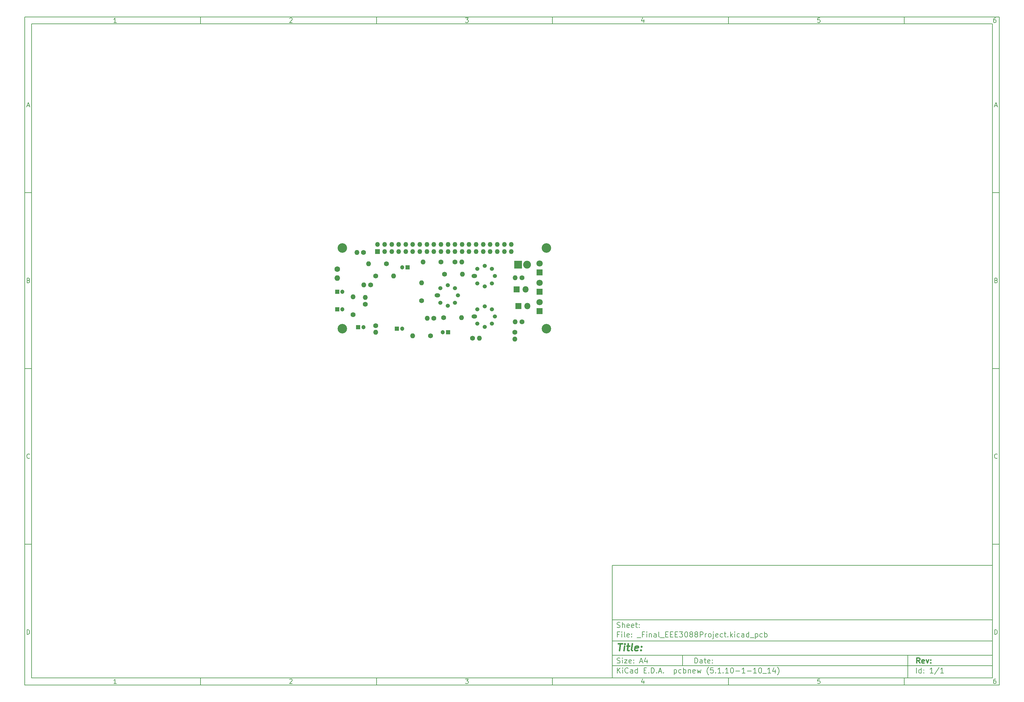
<source format=gbr>
%TF.GenerationSoftware,KiCad,Pcbnew,(5.1.10-1-10_14)*%
%TF.CreationDate,2021-06-17T20:45:02+02:00*%
%TF.ProjectId,_Final_EEE3088Project,5f46696e-616c-45f4-9545-453330383850,rev?*%
%TF.SameCoordinates,Original*%
%TF.FileFunction,Soldermask,Bot*%
%TF.FilePolarity,Negative*%
%FSLAX46Y46*%
G04 Gerber Fmt 4.6, Leading zero omitted, Abs format (unit mm)*
G04 Created by KiCad (PCBNEW (5.1.10-1-10_14)) date 2021-06-17 20:45:02*
%MOMM*%
%LPD*%
G01*
G04 APERTURE LIST*
%ADD10C,0.100000*%
%ADD11C,0.150000*%
%ADD12C,0.300000*%
%ADD13C,0.400000*%
%ADD14O,1.400000X1.400000*%
%ADD15C,1.400000*%
%ADD16C,1.200000*%
%ADD17R,1.200000X1.200000*%
%ADD18R,2.240000X2.240000*%
%ADD19O,2.240000X2.240000*%
%ADD20R,1.800000X1.800000*%
%ADD21O,1.800000X1.800000*%
%ADD22C,2.700000*%
%ADD23R,1.350000X1.350000*%
%ADD24O,1.350000X1.350000*%
%ADD25C,1.600000*%
%ADD26O,1.600000X1.600000*%
%ADD27C,1.800000*%
%ADD28O,1.600000X1.200000*%
%ADD29O,1.200000X1.200000*%
G04 APERTURE END LIST*
D10*
D11*
X177002200Y-166007200D02*
X177002200Y-198007200D01*
X285002200Y-198007200D01*
X285002200Y-166007200D01*
X177002200Y-166007200D01*
D10*
D11*
X10000000Y-10000000D02*
X10000000Y-200007200D01*
X287002200Y-200007200D01*
X287002200Y-10000000D01*
X10000000Y-10000000D01*
D10*
D11*
X12000000Y-12000000D02*
X12000000Y-198007200D01*
X285002200Y-198007200D01*
X285002200Y-12000000D01*
X12000000Y-12000000D01*
D10*
D11*
X60000000Y-12000000D02*
X60000000Y-10000000D01*
D10*
D11*
X110000000Y-12000000D02*
X110000000Y-10000000D01*
D10*
D11*
X160000000Y-12000000D02*
X160000000Y-10000000D01*
D10*
D11*
X210000000Y-12000000D02*
X210000000Y-10000000D01*
D10*
D11*
X260000000Y-12000000D02*
X260000000Y-10000000D01*
D10*
D11*
X36065476Y-11588095D02*
X35322619Y-11588095D01*
X35694047Y-11588095D02*
X35694047Y-10288095D01*
X35570238Y-10473809D01*
X35446428Y-10597619D01*
X35322619Y-10659523D01*
D10*
D11*
X85322619Y-10411904D02*
X85384523Y-10350000D01*
X85508333Y-10288095D01*
X85817857Y-10288095D01*
X85941666Y-10350000D01*
X86003571Y-10411904D01*
X86065476Y-10535714D01*
X86065476Y-10659523D01*
X86003571Y-10845238D01*
X85260714Y-11588095D01*
X86065476Y-11588095D01*
D10*
D11*
X135260714Y-10288095D02*
X136065476Y-10288095D01*
X135632142Y-10783333D01*
X135817857Y-10783333D01*
X135941666Y-10845238D01*
X136003571Y-10907142D01*
X136065476Y-11030952D01*
X136065476Y-11340476D01*
X136003571Y-11464285D01*
X135941666Y-11526190D01*
X135817857Y-11588095D01*
X135446428Y-11588095D01*
X135322619Y-11526190D01*
X135260714Y-11464285D01*
D10*
D11*
X185941666Y-10721428D02*
X185941666Y-11588095D01*
X185632142Y-10226190D02*
X185322619Y-11154761D01*
X186127380Y-11154761D01*
D10*
D11*
X236003571Y-10288095D02*
X235384523Y-10288095D01*
X235322619Y-10907142D01*
X235384523Y-10845238D01*
X235508333Y-10783333D01*
X235817857Y-10783333D01*
X235941666Y-10845238D01*
X236003571Y-10907142D01*
X236065476Y-11030952D01*
X236065476Y-11340476D01*
X236003571Y-11464285D01*
X235941666Y-11526190D01*
X235817857Y-11588095D01*
X235508333Y-11588095D01*
X235384523Y-11526190D01*
X235322619Y-11464285D01*
D10*
D11*
X285941666Y-10288095D02*
X285694047Y-10288095D01*
X285570238Y-10350000D01*
X285508333Y-10411904D01*
X285384523Y-10597619D01*
X285322619Y-10845238D01*
X285322619Y-11340476D01*
X285384523Y-11464285D01*
X285446428Y-11526190D01*
X285570238Y-11588095D01*
X285817857Y-11588095D01*
X285941666Y-11526190D01*
X286003571Y-11464285D01*
X286065476Y-11340476D01*
X286065476Y-11030952D01*
X286003571Y-10907142D01*
X285941666Y-10845238D01*
X285817857Y-10783333D01*
X285570238Y-10783333D01*
X285446428Y-10845238D01*
X285384523Y-10907142D01*
X285322619Y-11030952D01*
D10*
D11*
X60000000Y-198007200D02*
X60000000Y-200007200D01*
D10*
D11*
X110000000Y-198007200D02*
X110000000Y-200007200D01*
D10*
D11*
X160000000Y-198007200D02*
X160000000Y-200007200D01*
D10*
D11*
X210000000Y-198007200D02*
X210000000Y-200007200D01*
D10*
D11*
X260000000Y-198007200D02*
X260000000Y-200007200D01*
D10*
D11*
X36065476Y-199595295D02*
X35322619Y-199595295D01*
X35694047Y-199595295D02*
X35694047Y-198295295D01*
X35570238Y-198481009D01*
X35446428Y-198604819D01*
X35322619Y-198666723D01*
D10*
D11*
X85322619Y-198419104D02*
X85384523Y-198357200D01*
X85508333Y-198295295D01*
X85817857Y-198295295D01*
X85941666Y-198357200D01*
X86003571Y-198419104D01*
X86065476Y-198542914D01*
X86065476Y-198666723D01*
X86003571Y-198852438D01*
X85260714Y-199595295D01*
X86065476Y-199595295D01*
D10*
D11*
X135260714Y-198295295D02*
X136065476Y-198295295D01*
X135632142Y-198790533D01*
X135817857Y-198790533D01*
X135941666Y-198852438D01*
X136003571Y-198914342D01*
X136065476Y-199038152D01*
X136065476Y-199347676D01*
X136003571Y-199471485D01*
X135941666Y-199533390D01*
X135817857Y-199595295D01*
X135446428Y-199595295D01*
X135322619Y-199533390D01*
X135260714Y-199471485D01*
D10*
D11*
X185941666Y-198728628D02*
X185941666Y-199595295D01*
X185632142Y-198233390D02*
X185322619Y-199161961D01*
X186127380Y-199161961D01*
D10*
D11*
X236003571Y-198295295D02*
X235384523Y-198295295D01*
X235322619Y-198914342D01*
X235384523Y-198852438D01*
X235508333Y-198790533D01*
X235817857Y-198790533D01*
X235941666Y-198852438D01*
X236003571Y-198914342D01*
X236065476Y-199038152D01*
X236065476Y-199347676D01*
X236003571Y-199471485D01*
X235941666Y-199533390D01*
X235817857Y-199595295D01*
X235508333Y-199595295D01*
X235384523Y-199533390D01*
X235322619Y-199471485D01*
D10*
D11*
X285941666Y-198295295D02*
X285694047Y-198295295D01*
X285570238Y-198357200D01*
X285508333Y-198419104D01*
X285384523Y-198604819D01*
X285322619Y-198852438D01*
X285322619Y-199347676D01*
X285384523Y-199471485D01*
X285446428Y-199533390D01*
X285570238Y-199595295D01*
X285817857Y-199595295D01*
X285941666Y-199533390D01*
X286003571Y-199471485D01*
X286065476Y-199347676D01*
X286065476Y-199038152D01*
X286003571Y-198914342D01*
X285941666Y-198852438D01*
X285817857Y-198790533D01*
X285570238Y-198790533D01*
X285446428Y-198852438D01*
X285384523Y-198914342D01*
X285322619Y-199038152D01*
D10*
D11*
X10000000Y-60000000D02*
X12000000Y-60000000D01*
D10*
D11*
X10000000Y-110000000D02*
X12000000Y-110000000D01*
D10*
D11*
X10000000Y-160000000D02*
X12000000Y-160000000D01*
D10*
D11*
X10690476Y-35216666D02*
X11309523Y-35216666D01*
X10566666Y-35588095D02*
X11000000Y-34288095D01*
X11433333Y-35588095D01*
D10*
D11*
X11092857Y-84907142D02*
X11278571Y-84969047D01*
X11340476Y-85030952D01*
X11402380Y-85154761D01*
X11402380Y-85340476D01*
X11340476Y-85464285D01*
X11278571Y-85526190D01*
X11154761Y-85588095D01*
X10659523Y-85588095D01*
X10659523Y-84288095D01*
X11092857Y-84288095D01*
X11216666Y-84350000D01*
X11278571Y-84411904D01*
X11340476Y-84535714D01*
X11340476Y-84659523D01*
X11278571Y-84783333D01*
X11216666Y-84845238D01*
X11092857Y-84907142D01*
X10659523Y-84907142D01*
D10*
D11*
X11402380Y-135464285D02*
X11340476Y-135526190D01*
X11154761Y-135588095D01*
X11030952Y-135588095D01*
X10845238Y-135526190D01*
X10721428Y-135402380D01*
X10659523Y-135278571D01*
X10597619Y-135030952D01*
X10597619Y-134845238D01*
X10659523Y-134597619D01*
X10721428Y-134473809D01*
X10845238Y-134350000D01*
X11030952Y-134288095D01*
X11154761Y-134288095D01*
X11340476Y-134350000D01*
X11402380Y-134411904D01*
D10*
D11*
X10659523Y-185588095D02*
X10659523Y-184288095D01*
X10969047Y-184288095D01*
X11154761Y-184350000D01*
X11278571Y-184473809D01*
X11340476Y-184597619D01*
X11402380Y-184845238D01*
X11402380Y-185030952D01*
X11340476Y-185278571D01*
X11278571Y-185402380D01*
X11154761Y-185526190D01*
X10969047Y-185588095D01*
X10659523Y-185588095D01*
D10*
D11*
X287002200Y-60000000D02*
X285002200Y-60000000D01*
D10*
D11*
X287002200Y-110000000D02*
X285002200Y-110000000D01*
D10*
D11*
X287002200Y-160000000D02*
X285002200Y-160000000D01*
D10*
D11*
X285692676Y-35216666D02*
X286311723Y-35216666D01*
X285568866Y-35588095D02*
X286002200Y-34288095D01*
X286435533Y-35588095D01*
D10*
D11*
X286095057Y-84907142D02*
X286280771Y-84969047D01*
X286342676Y-85030952D01*
X286404580Y-85154761D01*
X286404580Y-85340476D01*
X286342676Y-85464285D01*
X286280771Y-85526190D01*
X286156961Y-85588095D01*
X285661723Y-85588095D01*
X285661723Y-84288095D01*
X286095057Y-84288095D01*
X286218866Y-84350000D01*
X286280771Y-84411904D01*
X286342676Y-84535714D01*
X286342676Y-84659523D01*
X286280771Y-84783333D01*
X286218866Y-84845238D01*
X286095057Y-84907142D01*
X285661723Y-84907142D01*
D10*
D11*
X286404580Y-135464285D02*
X286342676Y-135526190D01*
X286156961Y-135588095D01*
X286033152Y-135588095D01*
X285847438Y-135526190D01*
X285723628Y-135402380D01*
X285661723Y-135278571D01*
X285599819Y-135030952D01*
X285599819Y-134845238D01*
X285661723Y-134597619D01*
X285723628Y-134473809D01*
X285847438Y-134350000D01*
X286033152Y-134288095D01*
X286156961Y-134288095D01*
X286342676Y-134350000D01*
X286404580Y-134411904D01*
D10*
D11*
X285661723Y-185588095D02*
X285661723Y-184288095D01*
X285971247Y-184288095D01*
X286156961Y-184350000D01*
X286280771Y-184473809D01*
X286342676Y-184597619D01*
X286404580Y-184845238D01*
X286404580Y-185030952D01*
X286342676Y-185278571D01*
X286280771Y-185402380D01*
X286156961Y-185526190D01*
X285971247Y-185588095D01*
X285661723Y-185588095D01*
D10*
D11*
X200434342Y-193785771D02*
X200434342Y-192285771D01*
X200791485Y-192285771D01*
X201005771Y-192357200D01*
X201148628Y-192500057D01*
X201220057Y-192642914D01*
X201291485Y-192928628D01*
X201291485Y-193142914D01*
X201220057Y-193428628D01*
X201148628Y-193571485D01*
X201005771Y-193714342D01*
X200791485Y-193785771D01*
X200434342Y-193785771D01*
X202577200Y-193785771D02*
X202577200Y-193000057D01*
X202505771Y-192857200D01*
X202362914Y-192785771D01*
X202077200Y-192785771D01*
X201934342Y-192857200D01*
X202577200Y-193714342D02*
X202434342Y-193785771D01*
X202077200Y-193785771D01*
X201934342Y-193714342D01*
X201862914Y-193571485D01*
X201862914Y-193428628D01*
X201934342Y-193285771D01*
X202077200Y-193214342D01*
X202434342Y-193214342D01*
X202577200Y-193142914D01*
X203077200Y-192785771D02*
X203648628Y-192785771D01*
X203291485Y-192285771D02*
X203291485Y-193571485D01*
X203362914Y-193714342D01*
X203505771Y-193785771D01*
X203648628Y-193785771D01*
X204720057Y-193714342D02*
X204577200Y-193785771D01*
X204291485Y-193785771D01*
X204148628Y-193714342D01*
X204077200Y-193571485D01*
X204077200Y-193000057D01*
X204148628Y-192857200D01*
X204291485Y-192785771D01*
X204577200Y-192785771D01*
X204720057Y-192857200D01*
X204791485Y-193000057D01*
X204791485Y-193142914D01*
X204077200Y-193285771D01*
X205434342Y-193642914D02*
X205505771Y-193714342D01*
X205434342Y-193785771D01*
X205362914Y-193714342D01*
X205434342Y-193642914D01*
X205434342Y-193785771D01*
X205434342Y-192857200D02*
X205505771Y-192928628D01*
X205434342Y-193000057D01*
X205362914Y-192928628D01*
X205434342Y-192857200D01*
X205434342Y-193000057D01*
D10*
D11*
X177002200Y-194507200D02*
X285002200Y-194507200D01*
D10*
D11*
X178434342Y-196585771D02*
X178434342Y-195085771D01*
X179291485Y-196585771D02*
X178648628Y-195728628D01*
X179291485Y-195085771D02*
X178434342Y-195942914D01*
X179934342Y-196585771D02*
X179934342Y-195585771D01*
X179934342Y-195085771D02*
X179862914Y-195157200D01*
X179934342Y-195228628D01*
X180005771Y-195157200D01*
X179934342Y-195085771D01*
X179934342Y-195228628D01*
X181505771Y-196442914D02*
X181434342Y-196514342D01*
X181220057Y-196585771D01*
X181077200Y-196585771D01*
X180862914Y-196514342D01*
X180720057Y-196371485D01*
X180648628Y-196228628D01*
X180577200Y-195942914D01*
X180577200Y-195728628D01*
X180648628Y-195442914D01*
X180720057Y-195300057D01*
X180862914Y-195157200D01*
X181077200Y-195085771D01*
X181220057Y-195085771D01*
X181434342Y-195157200D01*
X181505771Y-195228628D01*
X182791485Y-196585771D02*
X182791485Y-195800057D01*
X182720057Y-195657200D01*
X182577200Y-195585771D01*
X182291485Y-195585771D01*
X182148628Y-195657200D01*
X182791485Y-196514342D02*
X182648628Y-196585771D01*
X182291485Y-196585771D01*
X182148628Y-196514342D01*
X182077200Y-196371485D01*
X182077200Y-196228628D01*
X182148628Y-196085771D01*
X182291485Y-196014342D01*
X182648628Y-196014342D01*
X182791485Y-195942914D01*
X184148628Y-196585771D02*
X184148628Y-195085771D01*
X184148628Y-196514342D02*
X184005771Y-196585771D01*
X183720057Y-196585771D01*
X183577200Y-196514342D01*
X183505771Y-196442914D01*
X183434342Y-196300057D01*
X183434342Y-195871485D01*
X183505771Y-195728628D01*
X183577200Y-195657200D01*
X183720057Y-195585771D01*
X184005771Y-195585771D01*
X184148628Y-195657200D01*
X186005771Y-195800057D02*
X186505771Y-195800057D01*
X186720057Y-196585771D02*
X186005771Y-196585771D01*
X186005771Y-195085771D01*
X186720057Y-195085771D01*
X187362914Y-196442914D02*
X187434342Y-196514342D01*
X187362914Y-196585771D01*
X187291485Y-196514342D01*
X187362914Y-196442914D01*
X187362914Y-196585771D01*
X188077200Y-196585771D02*
X188077200Y-195085771D01*
X188434342Y-195085771D01*
X188648628Y-195157200D01*
X188791485Y-195300057D01*
X188862914Y-195442914D01*
X188934342Y-195728628D01*
X188934342Y-195942914D01*
X188862914Y-196228628D01*
X188791485Y-196371485D01*
X188648628Y-196514342D01*
X188434342Y-196585771D01*
X188077200Y-196585771D01*
X189577200Y-196442914D02*
X189648628Y-196514342D01*
X189577200Y-196585771D01*
X189505771Y-196514342D01*
X189577200Y-196442914D01*
X189577200Y-196585771D01*
X190220057Y-196157200D02*
X190934342Y-196157200D01*
X190077200Y-196585771D02*
X190577200Y-195085771D01*
X191077200Y-196585771D01*
X191577200Y-196442914D02*
X191648628Y-196514342D01*
X191577200Y-196585771D01*
X191505771Y-196514342D01*
X191577200Y-196442914D01*
X191577200Y-196585771D01*
X194577200Y-195585771D02*
X194577200Y-197085771D01*
X194577200Y-195657200D02*
X194720057Y-195585771D01*
X195005771Y-195585771D01*
X195148628Y-195657200D01*
X195220057Y-195728628D01*
X195291485Y-195871485D01*
X195291485Y-196300057D01*
X195220057Y-196442914D01*
X195148628Y-196514342D01*
X195005771Y-196585771D01*
X194720057Y-196585771D01*
X194577200Y-196514342D01*
X196577200Y-196514342D02*
X196434342Y-196585771D01*
X196148628Y-196585771D01*
X196005771Y-196514342D01*
X195934342Y-196442914D01*
X195862914Y-196300057D01*
X195862914Y-195871485D01*
X195934342Y-195728628D01*
X196005771Y-195657200D01*
X196148628Y-195585771D01*
X196434342Y-195585771D01*
X196577200Y-195657200D01*
X197220057Y-196585771D02*
X197220057Y-195085771D01*
X197220057Y-195657200D02*
X197362914Y-195585771D01*
X197648628Y-195585771D01*
X197791485Y-195657200D01*
X197862914Y-195728628D01*
X197934342Y-195871485D01*
X197934342Y-196300057D01*
X197862914Y-196442914D01*
X197791485Y-196514342D01*
X197648628Y-196585771D01*
X197362914Y-196585771D01*
X197220057Y-196514342D01*
X198577200Y-195585771D02*
X198577200Y-196585771D01*
X198577200Y-195728628D02*
X198648628Y-195657200D01*
X198791485Y-195585771D01*
X199005771Y-195585771D01*
X199148628Y-195657200D01*
X199220057Y-195800057D01*
X199220057Y-196585771D01*
X200505771Y-196514342D02*
X200362914Y-196585771D01*
X200077200Y-196585771D01*
X199934342Y-196514342D01*
X199862914Y-196371485D01*
X199862914Y-195800057D01*
X199934342Y-195657200D01*
X200077200Y-195585771D01*
X200362914Y-195585771D01*
X200505771Y-195657200D01*
X200577200Y-195800057D01*
X200577200Y-195942914D01*
X199862914Y-196085771D01*
X201077200Y-195585771D02*
X201362914Y-196585771D01*
X201648628Y-195871485D01*
X201934342Y-196585771D01*
X202220057Y-195585771D01*
X204362914Y-197157200D02*
X204291485Y-197085771D01*
X204148628Y-196871485D01*
X204077200Y-196728628D01*
X204005771Y-196514342D01*
X203934342Y-196157200D01*
X203934342Y-195871485D01*
X204005771Y-195514342D01*
X204077200Y-195300057D01*
X204148628Y-195157200D01*
X204291485Y-194942914D01*
X204362914Y-194871485D01*
X205648628Y-195085771D02*
X204934342Y-195085771D01*
X204862914Y-195800057D01*
X204934342Y-195728628D01*
X205077200Y-195657200D01*
X205434342Y-195657200D01*
X205577200Y-195728628D01*
X205648628Y-195800057D01*
X205720057Y-195942914D01*
X205720057Y-196300057D01*
X205648628Y-196442914D01*
X205577200Y-196514342D01*
X205434342Y-196585771D01*
X205077200Y-196585771D01*
X204934342Y-196514342D01*
X204862914Y-196442914D01*
X206362914Y-196442914D02*
X206434342Y-196514342D01*
X206362914Y-196585771D01*
X206291485Y-196514342D01*
X206362914Y-196442914D01*
X206362914Y-196585771D01*
X207862914Y-196585771D02*
X207005771Y-196585771D01*
X207434342Y-196585771D02*
X207434342Y-195085771D01*
X207291485Y-195300057D01*
X207148628Y-195442914D01*
X207005771Y-195514342D01*
X208505771Y-196442914D02*
X208577200Y-196514342D01*
X208505771Y-196585771D01*
X208434342Y-196514342D01*
X208505771Y-196442914D01*
X208505771Y-196585771D01*
X210005771Y-196585771D02*
X209148628Y-196585771D01*
X209577200Y-196585771D02*
X209577200Y-195085771D01*
X209434342Y-195300057D01*
X209291485Y-195442914D01*
X209148628Y-195514342D01*
X210934342Y-195085771D02*
X211077200Y-195085771D01*
X211220057Y-195157200D01*
X211291485Y-195228628D01*
X211362914Y-195371485D01*
X211434342Y-195657200D01*
X211434342Y-196014342D01*
X211362914Y-196300057D01*
X211291485Y-196442914D01*
X211220057Y-196514342D01*
X211077200Y-196585771D01*
X210934342Y-196585771D01*
X210791485Y-196514342D01*
X210720057Y-196442914D01*
X210648628Y-196300057D01*
X210577200Y-196014342D01*
X210577200Y-195657200D01*
X210648628Y-195371485D01*
X210720057Y-195228628D01*
X210791485Y-195157200D01*
X210934342Y-195085771D01*
X212077200Y-196014342D02*
X213220057Y-196014342D01*
X214720057Y-196585771D02*
X213862914Y-196585771D01*
X214291485Y-196585771D02*
X214291485Y-195085771D01*
X214148628Y-195300057D01*
X214005771Y-195442914D01*
X213862914Y-195514342D01*
X215362914Y-196014342D02*
X216505771Y-196014342D01*
X218005771Y-196585771D02*
X217148628Y-196585771D01*
X217577200Y-196585771D02*
X217577200Y-195085771D01*
X217434342Y-195300057D01*
X217291485Y-195442914D01*
X217148628Y-195514342D01*
X218934342Y-195085771D02*
X219077200Y-195085771D01*
X219220057Y-195157200D01*
X219291485Y-195228628D01*
X219362914Y-195371485D01*
X219434342Y-195657200D01*
X219434342Y-196014342D01*
X219362914Y-196300057D01*
X219291485Y-196442914D01*
X219220057Y-196514342D01*
X219077200Y-196585771D01*
X218934342Y-196585771D01*
X218791485Y-196514342D01*
X218720057Y-196442914D01*
X218648628Y-196300057D01*
X218577200Y-196014342D01*
X218577200Y-195657200D01*
X218648628Y-195371485D01*
X218720057Y-195228628D01*
X218791485Y-195157200D01*
X218934342Y-195085771D01*
X219720057Y-196728628D02*
X220862914Y-196728628D01*
X222005771Y-196585771D02*
X221148628Y-196585771D01*
X221577200Y-196585771D02*
X221577200Y-195085771D01*
X221434342Y-195300057D01*
X221291485Y-195442914D01*
X221148628Y-195514342D01*
X223291485Y-195585771D02*
X223291485Y-196585771D01*
X222934342Y-195014342D02*
X222577200Y-196085771D01*
X223505771Y-196085771D01*
X223934342Y-197157200D02*
X224005771Y-197085771D01*
X224148628Y-196871485D01*
X224220057Y-196728628D01*
X224291485Y-196514342D01*
X224362914Y-196157200D01*
X224362914Y-195871485D01*
X224291485Y-195514342D01*
X224220057Y-195300057D01*
X224148628Y-195157200D01*
X224005771Y-194942914D01*
X223934342Y-194871485D01*
D10*
D11*
X177002200Y-191507200D02*
X285002200Y-191507200D01*
D10*
D12*
X264411485Y-193785771D02*
X263911485Y-193071485D01*
X263554342Y-193785771D02*
X263554342Y-192285771D01*
X264125771Y-192285771D01*
X264268628Y-192357200D01*
X264340057Y-192428628D01*
X264411485Y-192571485D01*
X264411485Y-192785771D01*
X264340057Y-192928628D01*
X264268628Y-193000057D01*
X264125771Y-193071485D01*
X263554342Y-193071485D01*
X265625771Y-193714342D02*
X265482914Y-193785771D01*
X265197200Y-193785771D01*
X265054342Y-193714342D01*
X264982914Y-193571485D01*
X264982914Y-193000057D01*
X265054342Y-192857200D01*
X265197200Y-192785771D01*
X265482914Y-192785771D01*
X265625771Y-192857200D01*
X265697200Y-193000057D01*
X265697200Y-193142914D01*
X264982914Y-193285771D01*
X266197200Y-192785771D02*
X266554342Y-193785771D01*
X266911485Y-192785771D01*
X267482914Y-193642914D02*
X267554342Y-193714342D01*
X267482914Y-193785771D01*
X267411485Y-193714342D01*
X267482914Y-193642914D01*
X267482914Y-193785771D01*
X267482914Y-192857200D02*
X267554342Y-192928628D01*
X267482914Y-193000057D01*
X267411485Y-192928628D01*
X267482914Y-192857200D01*
X267482914Y-193000057D01*
D10*
D11*
X178362914Y-193714342D02*
X178577200Y-193785771D01*
X178934342Y-193785771D01*
X179077200Y-193714342D01*
X179148628Y-193642914D01*
X179220057Y-193500057D01*
X179220057Y-193357200D01*
X179148628Y-193214342D01*
X179077200Y-193142914D01*
X178934342Y-193071485D01*
X178648628Y-193000057D01*
X178505771Y-192928628D01*
X178434342Y-192857200D01*
X178362914Y-192714342D01*
X178362914Y-192571485D01*
X178434342Y-192428628D01*
X178505771Y-192357200D01*
X178648628Y-192285771D01*
X179005771Y-192285771D01*
X179220057Y-192357200D01*
X179862914Y-193785771D02*
X179862914Y-192785771D01*
X179862914Y-192285771D02*
X179791485Y-192357200D01*
X179862914Y-192428628D01*
X179934342Y-192357200D01*
X179862914Y-192285771D01*
X179862914Y-192428628D01*
X180434342Y-192785771D02*
X181220057Y-192785771D01*
X180434342Y-193785771D01*
X181220057Y-193785771D01*
X182362914Y-193714342D02*
X182220057Y-193785771D01*
X181934342Y-193785771D01*
X181791485Y-193714342D01*
X181720057Y-193571485D01*
X181720057Y-193000057D01*
X181791485Y-192857200D01*
X181934342Y-192785771D01*
X182220057Y-192785771D01*
X182362914Y-192857200D01*
X182434342Y-193000057D01*
X182434342Y-193142914D01*
X181720057Y-193285771D01*
X183077200Y-193642914D02*
X183148628Y-193714342D01*
X183077200Y-193785771D01*
X183005771Y-193714342D01*
X183077200Y-193642914D01*
X183077200Y-193785771D01*
X183077200Y-192857200D02*
X183148628Y-192928628D01*
X183077200Y-193000057D01*
X183005771Y-192928628D01*
X183077200Y-192857200D01*
X183077200Y-193000057D01*
X184862914Y-193357200D02*
X185577200Y-193357200D01*
X184720057Y-193785771D02*
X185220057Y-192285771D01*
X185720057Y-193785771D01*
X186862914Y-192785771D02*
X186862914Y-193785771D01*
X186505771Y-192214342D02*
X186148628Y-193285771D01*
X187077200Y-193285771D01*
D10*
D11*
X263434342Y-196585771D02*
X263434342Y-195085771D01*
X264791485Y-196585771D02*
X264791485Y-195085771D01*
X264791485Y-196514342D02*
X264648628Y-196585771D01*
X264362914Y-196585771D01*
X264220057Y-196514342D01*
X264148628Y-196442914D01*
X264077200Y-196300057D01*
X264077200Y-195871485D01*
X264148628Y-195728628D01*
X264220057Y-195657200D01*
X264362914Y-195585771D01*
X264648628Y-195585771D01*
X264791485Y-195657200D01*
X265505771Y-196442914D02*
X265577200Y-196514342D01*
X265505771Y-196585771D01*
X265434342Y-196514342D01*
X265505771Y-196442914D01*
X265505771Y-196585771D01*
X265505771Y-195657200D02*
X265577200Y-195728628D01*
X265505771Y-195800057D01*
X265434342Y-195728628D01*
X265505771Y-195657200D01*
X265505771Y-195800057D01*
X268148628Y-196585771D02*
X267291485Y-196585771D01*
X267720057Y-196585771D02*
X267720057Y-195085771D01*
X267577200Y-195300057D01*
X267434342Y-195442914D01*
X267291485Y-195514342D01*
X269862914Y-195014342D02*
X268577200Y-196942914D01*
X271148628Y-196585771D02*
X270291485Y-196585771D01*
X270720057Y-196585771D02*
X270720057Y-195085771D01*
X270577200Y-195300057D01*
X270434342Y-195442914D01*
X270291485Y-195514342D01*
D10*
D11*
X177002200Y-187507200D02*
X285002200Y-187507200D01*
D10*
D13*
X178714580Y-188211961D02*
X179857438Y-188211961D01*
X179036009Y-190211961D02*
X179286009Y-188211961D01*
X180274104Y-190211961D02*
X180440771Y-188878628D01*
X180524104Y-188211961D02*
X180416961Y-188307200D01*
X180500295Y-188402438D01*
X180607438Y-188307200D01*
X180524104Y-188211961D01*
X180500295Y-188402438D01*
X181107438Y-188878628D02*
X181869342Y-188878628D01*
X181476485Y-188211961D02*
X181262200Y-189926247D01*
X181333628Y-190116723D01*
X181512200Y-190211961D01*
X181702676Y-190211961D01*
X182655057Y-190211961D02*
X182476485Y-190116723D01*
X182405057Y-189926247D01*
X182619342Y-188211961D01*
X184190771Y-190116723D02*
X183988390Y-190211961D01*
X183607438Y-190211961D01*
X183428866Y-190116723D01*
X183357438Y-189926247D01*
X183452676Y-189164342D01*
X183571723Y-188973866D01*
X183774104Y-188878628D01*
X184155057Y-188878628D01*
X184333628Y-188973866D01*
X184405057Y-189164342D01*
X184381247Y-189354819D01*
X183405057Y-189545295D01*
X185155057Y-190021485D02*
X185238390Y-190116723D01*
X185131247Y-190211961D01*
X185047914Y-190116723D01*
X185155057Y-190021485D01*
X185131247Y-190211961D01*
X185286009Y-188973866D02*
X185369342Y-189069104D01*
X185262200Y-189164342D01*
X185178866Y-189069104D01*
X185286009Y-188973866D01*
X185262200Y-189164342D01*
D10*
D11*
X178934342Y-185600057D02*
X178434342Y-185600057D01*
X178434342Y-186385771D02*
X178434342Y-184885771D01*
X179148628Y-184885771D01*
X179720057Y-186385771D02*
X179720057Y-185385771D01*
X179720057Y-184885771D02*
X179648628Y-184957200D01*
X179720057Y-185028628D01*
X179791485Y-184957200D01*
X179720057Y-184885771D01*
X179720057Y-185028628D01*
X180648628Y-186385771D02*
X180505771Y-186314342D01*
X180434342Y-186171485D01*
X180434342Y-184885771D01*
X181791485Y-186314342D02*
X181648628Y-186385771D01*
X181362914Y-186385771D01*
X181220057Y-186314342D01*
X181148628Y-186171485D01*
X181148628Y-185600057D01*
X181220057Y-185457200D01*
X181362914Y-185385771D01*
X181648628Y-185385771D01*
X181791485Y-185457200D01*
X181862914Y-185600057D01*
X181862914Y-185742914D01*
X181148628Y-185885771D01*
X182505771Y-186242914D02*
X182577200Y-186314342D01*
X182505771Y-186385771D01*
X182434342Y-186314342D01*
X182505771Y-186242914D01*
X182505771Y-186385771D01*
X182505771Y-185457200D02*
X182577200Y-185528628D01*
X182505771Y-185600057D01*
X182434342Y-185528628D01*
X182505771Y-185457200D01*
X182505771Y-185600057D01*
X184005771Y-186528628D02*
X185148628Y-186528628D01*
X186005771Y-185600057D02*
X185505771Y-185600057D01*
X185505771Y-186385771D02*
X185505771Y-184885771D01*
X186220057Y-184885771D01*
X186791485Y-186385771D02*
X186791485Y-185385771D01*
X186791485Y-184885771D02*
X186720057Y-184957200D01*
X186791485Y-185028628D01*
X186862914Y-184957200D01*
X186791485Y-184885771D01*
X186791485Y-185028628D01*
X187505771Y-185385771D02*
X187505771Y-186385771D01*
X187505771Y-185528628D02*
X187577200Y-185457200D01*
X187720057Y-185385771D01*
X187934342Y-185385771D01*
X188077200Y-185457200D01*
X188148628Y-185600057D01*
X188148628Y-186385771D01*
X189505771Y-186385771D02*
X189505771Y-185600057D01*
X189434342Y-185457200D01*
X189291485Y-185385771D01*
X189005771Y-185385771D01*
X188862914Y-185457200D01*
X189505771Y-186314342D02*
X189362914Y-186385771D01*
X189005771Y-186385771D01*
X188862914Y-186314342D01*
X188791485Y-186171485D01*
X188791485Y-186028628D01*
X188862914Y-185885771D01*
X189005771Y-185814342D01*
X189362914Y-185814342D01*
X189505771Y-185742914D01*
X190434342Y-186385771D02*
X190291485Y-186314342D01*
X190220057Y-186171485D01*
X190220057Y-184885771D01*
X190648628Y-186528628D02*
X191791485Y-186528628D01*
X192148628Y-185600057D02*
X192648628Y-185600057D01*
X192862914Y-186385771D02*
X192148628Y-186385771D01*
X192148628Y-184885771D01*
X192862914Y-184885771D01*
X193505771Y-185600057D02*
X194005771Y-185600057D01*
X194220057Y-186385771D02*
X193505771Y-186385771D01*
X193505771Y-184885771D01*
X194220057Y-184885771D01*
X194862914Y-185600057D02*
X195362914Y-185600057D01*
X195577200Y-186385771D02*
X194862914Y-186385771D01*
X194862914Y-184885771D01*
X195577200Y-184885771D01*
X196077200Y-184885771D02*
X197005771Y-184885771D01*
X196505771Y-185457200D01*
X196720057Y-185457200D01*
X196862914Y-185528628D01*
X196934342Y-185600057D01*
X197005771Y-185742914D01*
X197005771Y-186100057D01*
X196934342Y-186242914D01*
X196862914Y-186314342D01*
X196720057Y-186385771D01*
X196291485Y-186385771D01*
X196148628Y-186314342D01*
X196077200Y-186242914D01*
X197934342Y-184885771D02*
X198077200Y-184885771D01*
X198220057Y-184957200D01*
X198291485Y-185028628D01*
X198362914Y-185171485D01*
X198434342Y-185457200D01*
X198434342Y-185814342D01*
X198362914Y-186100057D01*
X198291485Y-186242914D01*
X198220057Y-186314342D01*
X198077200Y-186385771D01*
X197934342Y-186385771D01*
X197791485Y-186314342D01*
X197720057Y-186242914D01*
X197648628Y-186100057D01*
X197577200Y-185814342D01*
X197577200Y-185457200D01*
X197648628Y-185171485D01*
X197720057Y-185028628D01*
X197791485Y-184957200D01*
X197934342Y-184885771D01*
X199291485Y-185528628D02*
X199148628Y-185457200D01*
X199077200Y-185385771D01*
X199005771Y-185242914D01*
X199005771Y-185171485D01*
X199077200Y-185028628D01*
X199148628Y-184957200D01*
X199291485Y-184885771D01*
X199577200Y-184885771D01*
X199720057Y-184957200D01*
X199791485Y-185028628D01*
X199862914Y-185171485D01*
X199862914Y-185242914D01*
X199791485Y-185385771D01*
X199720057Y-185457200D01*
X199577200Y-185528628D01*
X199291485Y-185528628D01*
X199148628Y-185600057D01*
X199077200Y-185671485D01*
X199005771Y-185814342D01*
X199005771Y-186100057D01*
X199077200Y-186242914D01*
X199148628Y-186314342D01*
X199291485Y-186385771D01*
X199577200Y-186385771D01*
X199720057Y-186314342D01*
X199791485Y-186242914D01*
X199862914Y-186100057D01*
X199862914Y-185814342D01*
X199791485Y-185671485D01*
X199720057Y-185600057D01*
X199577200Y-185528628D01*
X200720057Y-185528628D02*
X200577200Y-185457200D01*
X200505771Y-185385771D01*
X200434342Y-185242914D01*
X200434342Y-185171485D01*
X200505771Y-185028628D01*
X200577200Y-184957200D01*
X200720057Y-184885771D01*
X201005771Y-184885771D01*
X201148628Y-184957200D01*
X201220057Y-185028628D01*
X201291485Y-185171485D01*
X201291485Y-185242914D01*
X201220057Y-185385771D01*
X201148628Y-185457200D01*
X201005771Y-185528628D01*
X200720057Y-185528628D01*
X200577200Y-185600057D01*
X200505771Y-185671485D01*
X200434342Y-185814342D01*
X200434342Y-186100057D01*
X200505771Y-186242914D01*
X200577200Y-186314342D01*
X200720057Y-186385771D01*
X201005771Y-186385771D01*
X201148628Y-186314342D01*
X201220057Y-186242914D01*
X201291485Y-186100057D01*
X201291485Y-185814342D01*
X201220057Y-185671485D01*
X201148628Y-185600057D01*
X201005771Y-185528628D01*
X201934342Y-186385771D02*
X201934342Y-184885771D01*
X202505771Y-184885771D01*
X202648628Y-184957200D01*
X202720057Y-185028628D01*
X202791485Y-185171485D01*
X202791485Y-185385771D01*
X202720057Y-185528628D01*
X202648628Y-185600057D01*
X202505771Y-185671485D01*
X201934342Y-185671485D01*
X203434342Y-186385771D02*
X203434342Y-185385771D01*
X203434342Y-185671485D02*
X203505771Y-185528628D01*
X203577200Y-185457200D01*
X203720057Y-185385771D01*
X203862914Y-185385771D01*
X204577200Y-186385771D02*
X204434342Y-186314342D01*
X204362914Y-186242914D01*
X204291485Y-186100057D01*
X204291485Y-185671485D01*
X204362914Y-185528628D01*
X204434342Y-185457200D01*
X204577200Y-185385771D01*
X204791485Y-185385771D01*
X204934342Y-185457200D01*
X205005771Y-185528628D01*
X205077200Y-185671485D01*
X205077200Y-186100057D01*
X205005771Y-186242914D01*
X204934342Y-186314342D01*
X204791485Y-186385771D01*
X204577200Y-186385771D01*
X205720057Y-185385771D02*
X205720057Y-186671485D01*
X205648628Y-186814342D01*
X205505771Y-186885771D01*
X205434342Y-186885771D01*
X205720057Y-184885771D02*
X205648628Y-184957200D01*
X205720057Y-185028628D01*
X205791485Y-184957200D01*
X205720057Y-184885771D01*
X205720057Y-185028628D01*
X207005771Y-186314342D02*
X206862914Y-186385771D01*
X206577200Y-186385771D01*
X206434342Y-186314342D01*
X206362914Y-186171485D01*
X206362914Y-185600057D01*
X206434342Y-185457200D01*
X206577200Y-185385771D01*
X206862914Y-185385771D01*
X207005771Y-185457200D01*
X207077200Y-185600057D01*
X207077200Y-185742914D01*
X206362914Y-185885771D01*
X208362914Y-186314342D02*
X208220057Y-186385771D01*
X207934342Y-186385771D01*
X207791485Y-186314342D01*
X207720057Y-186242914D01*
X207648628Y-186100057D01*
X207648628Y-185671485D01*
X207720057Y-185528628D01*
X207791485Y-185457200D01*
X207934342Y-185385771D01*
X208220057Y-185385771D01*
X208362914Y-185457200D01*
X208791485Y-185385771D02*
X209362914Y-185385771D01*
X209005771Y-184885771D02*
X209005771Y-186171485D01*
X209077200Y-186314342D01*
X209220057Y-186385771D01*
X209362914Y-186385771D01*
X209862914Y-186242914D02*
X209934342Y-186314342D01*
X209862914Y-186385771D01*
X209791485Y-186314342D01*
X209862914Y-186242914D01*
X209862914Y-186385771D01*
X210577200Y-186385771D02*
X210577200Y-184885771D01*
X210720057Y-185814342D02*
X211148628Y-186385771D01*
X211148628Y-185385771D02*
X210577200Y-185957200D01*
X211791485Y-186385771D02*
X211791485Y-185385771D01*
X211791485Y-184885771D02*
X211720057Y-184957200D01*
X211791485Y-185028628D01*
X211862914Y-184957200D01*
X211791485Y-184885771D01*
X211791485Y-185028628D01*
X213148628Y-186314342D02*
X213005771Y-186385771D01*
X212720057Y-186385771D01*
X212577200Y-186314342D01*
X212505771Y-186242914D01*
X212434342Y-186100057D01*
X212434342Y-185671485D01*
X212505771Y-185528628D01*
X212577200Y-185457200D01*
X212720057Y-185385771D01*
X213005771Y-185385771D01*
X213148628Y-185457200D01*
X214434342Y-186385771D02*
X214434342Y-185600057D01*
X214362914Y-185457200D01*
X214220057Y-185385771D01*
X213934342Y-185385771D01*
X213791485Y-185457200D01*
X214434342Y-186314342D02*
X214291485Y-186385771D01*
X213934342Y-186385771D01*
X213791485Y-186314342D01*
X213720057Y-186171485D01*
X213720057Y-186028628D01*
X213791485Y-185885771D01*
X213934342Y-185814342D01*
X214291485Y-185814342D01*
X214434342Y-185742914D01*
X215791485Y-186385771D02*
X215791485Y-184885771D01*
X215791485Y-186314342D02*
X215648628Y-186385771D01*
X215362914Y-186385771D01*
X215220057Y-186314342D01*
X215148628Y-186242914D01*
X215077200Y-186100057D01*
X215077200Y-185671485D01*
X215148628Y-185528628D01*
X215220057Y-185457200D01*
X215362914Y-185385771D01*
X215648628Y-185385771D01*
X215791485Y-185457200D01*
X216148628Y-186528628D02*
X217291485Y-186528628D01*
X217648628Y-185385771D02*
X217648628Y-186885771D01*
X217648628Y-185457200D02*
X217791485Y-185385771D01*
X218077200Y-185385771D01*
X218220057Y-185457200D01*
X218291485Y-185528628D01*
X218362914Y-185671485D01*
X218362914Y-186100057D01*
X218291485Y-186242914D01*
X218220057Y-186314342D01*
X218077200Y-186385771D01*
X217791485Y-186385771D01*
X217648628Y-186314342D01*
X219648628Y-186314342D02*
X219505771Y-186385771D01*
X219220057Y-186385771D01*
X219077200Y-186314342D01*
X219005771Y-186242914D01*
X218934342Y-186100057D01*
X218934342Y-185671485D01*
X219005771Y-185528628D01*
X219077200Y-185457200D01*
X219220057Y-185385771D01*
X219505771Y-185385771D01*
X219648628Y-185457200D01*
X220291485Y-186385771D02*
X220291485Y-184885771D01*
X220291485Y-185457200D02*
X220434342Y-185385771D01*
X220720057Y-185385771D01*
X220862914Y-185457200D01*
X220934342Y-185528628D01*
X221005771Y-185671485D01*
X221005771Y-186100057D01*
X220934342Y-186242914D01*
X220862914Y-186314342D01*
X220720057Y-186385771D01*
X220434342Y-186385771D01*
X220291485Y-186314342D01*
D10*
D11*
X177002200Y-181507200D02*
X285002200Y-181507200D01*
D10*
D11*
X178362914Y-183614342D02*
X178577200Y-183685771D01*
X178934342Y-183685771D01*
X179077200Y-183614342D01*
X179148628Y-183542914D01*
X179220057Y-183400057D01*
X179220057Y-183257200D01*
X179148628Y-183114342D01*
X179077200Y-183042914D01*
X178934342Y-182971485D01*
X178648628Y-182900057D01*
X178505771Y-182828628D01*
X178434342Y-182757200D01*
X178362914Y-182614342D01*
X178362914Y-182471485D01*
X178434342Y-182328628D01*
X178505771Y-182257200D01*
X178648628Y-182185771D01*
X179005771Y-182185771D01*
X179220057Y-182257200D01*
X179862914Y-183685771D02*
X179862914Y-182185771D01*
X180505771Y-183685771D02*
X180505771Y-182900057D01*
X180434342Y-182757200D01*
X180291485Y-182685771D01*
X180077200Y-182685771D01*
X179934342Y-182757200D01*
X179862914Y-182828628D01*
X181791485Y-183614342D02*
X181648628Y-183685771D01*
X181362914Y-183685771D01*
X181220057Y-183614342D01*
X181148628Y-183471485D01*
X181148628Y-182900057D01*
X181220057Y-182757200D01*
X181362914Y-182685771D01*
X181648628Y-182685771D01*
X181791485Y-182757200D01*
X181862914Y-182900057D01*
X181862914Y-183042914D01*
X181148628Y-183185771D01*
X183077200Y-183614342D02*
X182934342Y-183685771D01*
X182648628Y-183685771D01*
X182505771Y-183614342D01*
X182434342Y-183471485D01*
X182434342Y-182900057D01*
X182505771Y-182757200D01*
X182648628Y-182685771D01*
X182934342Y-182685771D01*
X183077200Y-182757200D01*
X183148628Y-182900057D01*
X183148628Y-183042914D01*
X182434342Y-183185771D01*
X183577200Y-182685771D02*
X184148628Y-182685771D01*
X183791485Y-182185771D02*
X183791485Y-183471485D01*
X183862914Y-183614342D01*
X184005771Y-183685771D01*
X184148628Y-183685771D01*
X184648628Y-183542914D02*
X184720057Y-183614342D01*
X184648628Y-183685771D01*
X184577200Y-183614342D01*
X184648628Y-183542914D01*
X184648628Y-183685771D01*
X184648628Y-182757200D02*
X184720057Y-182828628D01*
X184648628Y-182900057D01*
X184577200Y-182828628D01*
X184648628Y-182757200D01*
X184648628Y-182900057D01*
D10*
D11*
X197002200Y-191507200D02*
X197002200Y-194507200D01*
D10*
D11*
X261002200Y-191507200D02*
X261002200Y-198007200D01*
D14*
%TO.C,R17*%
X139192000Y-101346000D03*
D15*
X137292000Y-101346000D03*
%TD*%
D14*
%TO.C,R5*%
X107720000Y-80200000D03*
D15*
X112800000Y-80200000D03*
%TD*%
%TO.C,R4*%
X109800000Y-83700000D03*
D14*
X114880000Y-83700000D03*
%TD*%
D16*
%TO.C,C1*%
X100300000Y-88200000D03*
D17*
X98800000Y-88200000D03*
%TD*%
%TO.C,C2*%
X115800000Y-98700000D03*
D16*
X117300000Y-98700000D03*
%TD*%
D17*
%TO.C,C3*%
X118800000Y-81200000D03*
D16*
X117300000Y-81200000D03*
%TD*%
%TO.C,C4*%
X100300000Y-93200000D03*
D17*
X98800000Y-93200000D03*
%TD*%
D16*
%TO.C,C5*%
X128800000Y-99700000D03*
D17*
X130300000Y-99700000D03*
%TD*%
%TO.C,C6*%
X104800000Y-98200000D03*
D16*
X106300000Y-98200000D03*
%TD*%
D18*
%TO.C,D1*%
X150260000Y-80450000D03*
D19*
X152800000Y-80450000D03*
%TD*%
D20*
%TO.C,D2*%
X149800000Y-87450000D03*
D21*
X152340000Y-87450000D03*
%TD*%
%TO.C,D3*%
X152840000Y-92200000D03*
D20*
X150300000Y-92200000D03*
%TD*%
D22*
%TO.C,H1*%
X158300000Y-98700000D03*
%TD*%
%TO.C,H2*%
X100300000Y-75700000D03*
%TD*%
%TO.C,H3*%
X100300000Y-98700000D03*
%TD*%
%TO.C,H4*%
X158300000Y-75700000D03*
%TD*%
D23*
%TO.C,J1*%
X110300000Y-76700000D03*
D24*
X110300000Y-74700000D03*
X112300000Y-76700000D03*
X112300000Y-74700000D03*
X114300000Y-76700000D03*
X114300000Y-74700000D03*
X116300000Y-76700000D03*
X116300000Y-74700000D03*
X118300000Y-76700000D03*
X118300000Y-74700000D03*
X120300000Y-76700000D03*
X120300000Y-74700000D03*
X122300000Y-76700000D03*
X122300000Y-74700000D03*
X124300000Y-76700000D03*
X124300000Y-74700000D03*
X126300000Y-76700000D03*
X126300000Y-74700000D03*
X128300000Y-76700000D03*
X128300000Y-74700000D03*
X130300000Y-76700000D03*
X130300000Y-74700000D03*
X132300000Y-76700000D03*
X132300000Y-74700000D03*
X134300000Y-76700000D03*
X134300000Y-74700000D03*
X136300000Y-76700000D03*
X136300000Y-74700000D03*
X138300000Y-76700000D03*
X138300000Y-74700000D03*
X140300000Y-76700000D03*
X140300000Y-74700000D03*
X142300000Y-76700000D03*
X142300000Y-74700000D03*
X144300000Y-76700000D03*
X144300000Y-74700000D03*
X146300000Y-76700000D03*
X146300000Y-74700000D03*
X148300000Y-76700000D03*
X148300000Y-74700000D03*
%TD*%
D25*
%TO.C,L1*%
X98800000Y-81700000D03*
D26*
X98800000Y-84240000D03*
%TD*%
D20*
%TO.C,LED1*%
X156300000Y-82700000D03*
D27*
X156300000Y-80160000D03*
%TD*%
%TO.C,LED2*%
X156300000Y-85660000D03*
D20*
X156300000Y-88200000D03*
%TD*%
%TO.C,LED3*%
X156300000Y-93700000D03*
D27*
X156300000Y-91160000D03*
%TD*%
D28*
%TO.C,OP1*%
X137800000Y-83700000D03*
D29*
X138655248Y-85764752D03*
X140720000Y-86620000D03*
X142784752Y-85764752D03*
X143640000Y-83700000D03*
X142784752Y-81635248D03*
X140720000Y-80780000D03*
X138655248Y-81635248D03*
%TD*%
%TO.C,OP2*%
X128155248Y-87135248D03*
X130220000Y-86280000D03*
X132284752Y-87135248D03*
X133140000Y-89200000D03*
X132284752Y-91264752D03*
X130220000Y-92120000D03*
X128155248Y-91264752D03*
D28*
X127300000Y-89200000D03*
%TD*%
%TO.C,OP3*%
X137800000Y-95200000D03*
D29*
X138655248Y-97264752D03*
X140720000Y-98120000D03*
X142784752Y-97264752D03*
X143640000Y-95200000D03*
X142784752Y-93135248D03*
X140720000Y-92280000D03*
X138655248Y-93135248D03*
%TD*%
D14*
%TO.C,R1*%
X104400000Y-76950000D03*
D15*
X106300000Y-76950000D03*
%TD*%
%TO.C,R2*%
X109800000Y-97800000D03*
D14*
X109800000Y-99700000D03*
%TD*%
D15*
%TO.C,R3*%
X108300000Y-86200000D03*
D14*
X106400000Y-86200000D03*
%TD*%
D15*
%TO.C,R6*%
X128300000Y-79700000D03*
D14*
X123220000Y-79700000D03*
%TD*%
D15*
%TO.C,R7*%
X125300000Y-100700000D03*
D14*
X120220000Y-100700000D03*
%TD*%
%TO.C,R8*%
X124400000Y-95700000D03*
D15*
X126300000Y-95700000D03*
%TD*%
D14*
%TO.C,R9*%
X106800000Y-89800000D03*
D15*
X106800000Y-91700000D03*
%TD*%
%TO.C,R10*%
X151300000Y-84200000D03*
D14*
X149400000Y-84200000D03*
%TD*%
D15*
%TO.C,R11*%
X132300000Y-79700000D03*
D14*
X134200000Y-79700000D03*
%TD*%
%TO.C,R12*%
X134380000Y-83200000D03*
D15*
X129300000Y-83200000D03*
%TD*%
D14*
%TO.C,R13*%
X103300000Y-89620000D03*
D15*
X103300000Y-94700000D03*
%TD*%
%TO.C,R14*%
X122800000Y-90700000D03*
D14*
X122800000Y-85620000D03*
%TD*%
%TO.C,R15*%
X134180000Y-95500000D03*
D15*
X129100000Y-95500000D03*
%TD*%
D14*
%TO.C,R16*%
X149400000Y-96700000D03*
D15*
X151300000Y-96700000D03*
%TD*%
%TO.C,R18*%
X149300000Y-99700000D03*
D14*
X149300000Y-101600000D03*
%TD*%
M02*

</source>
